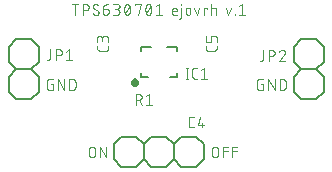
<source format=gbr>
G04 EAGLE Gerber X2 export*
%TF.Part,Single*%
%TF.FileFunction,Legend,Top,1*%
%TF.FilePolarity,Positive*%
%TF.GenerationSoftware,Autodesk,EAGLE,9.0.0*%
%TF.CreationDate,2018-04-26T19:48:34Z*%
G75*
%MOMM*%
%FSLAX34Y34*%
%LPD*%
%AMOC8*
5,1,8,0,0,1.08239X$1,22.5*%
G01*
%ADD10C,0.076200*%
%ADD11C,0.500000*%
%ADD12C,0.127000*%
%ADD13C,0.152400*%
%ADD14C,0.101600*%


D10*
X182037Y150347D02*
X182037Y154453D01*
X182039Y154552D01*
X182045Y154652D01*
X182054Y154751D01*
X182068Y154849D01*
X182085Y154947D01*
X182106Y155045D01*
X182131Y155141D01*
X182160Y155236D01*
X182192Y155331D01*
X182228Y155423D01*
X182267Y155515D01*
X182310Y155605D01*
X182356Y155693D01*
X182406Y155779D01*
X182459Y155863D01*
X182515Y155945D01*
X182575Y156025D01*
X182637Y156102D01*
X182703Y156177D01*
X182771Y156250D01*
X182842Y156319D01*
X182916Y156386D01*
X182992Y156450D01*
X183071Y156511D01*
X183152Y156569D01*
X183235Y156624D01*
X183320Y156675D01*
X183407Y156723D01*
X183496Y156768D01*
X183587Y156809D01*
X183679Y156847D01*
X183772Y156881D01*
X183867Y156911D01*
X183963Y156938D01*
X184060Y156961D01*
X184157Y156980D01*
X184256Y156995D01*
X184355Y157007D01*
X184454Y157015D01*
X184553Y157019D01*
X184653Y157019D01*
X184752Y157015D01*
X184851Y157007D01*
X184950Y156995D01*
X185049Y156980D01*
X185146Y156961D01*
X185243Y156938D01*
X185339Y156911D01*
X185434Y156881D01*
X185527Y156847D01*
X185619Y156809D01*
X185710Y156768D01*
X185799Y156723D01*
X185886Y156675D01*
X185971Y156624D01*
X186054Y156569D01*
X186135Y156511D01*
X186214Y156450D01*
X186290Y156386D01*
X186364Y156319D01*
X186435Y156250D01*
X186503Y156177D01*
X186569Y156102D01*
X186631Y156025D01*
X186691Y155945D01*
X186747Y155863D01*
X186800Y155779D01*
X186850Y155693D01*
X186896Y155605D01*
X186939Y155515D01*
X186978Y155423D01*
X187014Y155331D01*
X187046Y155236D01*
X187075Y155141D01*
X187100Y155045D01*
X187121Y154947D01*
X187138Y154849D01*
X187152Y154751D01*
X187161Y154652D01*
X187167Y154552D01*
X187169Y154453D01*
X187169Y150347D01*
X187167Y150248D01*
X187161Y150148D01*
X187152Y150049D01*
X187138Y149951D01*
X187121Y149853D01*
X187100Y149755D01*
X187075Y149659D01*
X187046Y149564D01*
X187014Y149469D01*
X186978Y149377D01*
X186939Y149285D01*
X186896Y149195D01*
X186850Y149107D01*
X186800Y149021D01*
X186747Y148937D01*
X186691Y148855D01*
X186631Y148775D01*
X186569Y148698D01*
X186503Y148623D01*
X186435Y148550D01*
X186364Y148481D01*
X186290Y148414D01*
X186214Y148350D01*
X186135Y148289D01*
X186054Y148231D01*
X185971Y148176D01*
X185886Y148125D01*
X185799Y148077D01*
X185710Y148032D01*
X185619Y147991D01*
X185527Y147953D01*
X185434Y147919D01*
X185339Y147889D01*
X185243Y147862D01*
X185146Y147839D01*
X185049Y147820D01*
X184950Y147805D01*
X184851Y147793D01*
X184752Y147785D01*
X184653Y147781D01*
X184553Y147781D01*
X184454Y147785D01*
X184355Y147793D01*
X184256Y147805D01*
X184157Y147820D01*
X184060Y147839D01*
X183963Y147862D01*
X183867Y147889D01*
X183772Y147919D01*
X183679Y147953D01*
X183587Y147991D01*
X183496Y148032D01*
X183407Y148077D01*
X183320Y148125D01*
X183235Y148176D01*
X183152Y148231D01*
X183071Y148289D01*
X182992Y148350D01*
X182916Y148414D01*
X182842Y148481D01*
X182771Y148550D01*
X182703Y148623D01*
X182637Y148698D01*
X182575Y148775D01*
X182515Y148855D01*
X182459Y148937D01*
X182406Y149021D01*
X182356Y149107D01*
X182310Y149195D01*
X182267Y149285D01*
X182228Y149377D01*
X182192Y149469D01*
X182160Y149564D01*
X182131Y149659D01*
X182106Y149755D01*
X182085Y149853D01*
X182068Y149951D01*
X182054Y150049D01*
X182045Y150148D01*
X182039Y150248D01*
X182037Y150347D01*
X191337Y147781D02*
X191337Y157019D01*
X196469Y147781D01*
X196469Y157019D01*
X286131Y154453D02*
X286131Y150347D01*
X286131Y154453D02*
X286133Y154552D01*
X286139Y154652D01*
X286148Y154751D01*
X286162Y154849D01*
X286179Y154947D01*
X286200Y155045D01*
X286225Y155141D01*
X286254Y155236D01*
X286286Y155331D01*
X286322Y155423D01*
X286361Y155515D01*
X286404Y155605D01*
X286450Y155693D01*
X286500Y155779D01*
X286553Y155863D01*
X286609Y155945D01*
X286669Y156025D01*
X286731Y156102D01*
X286797Y156177D01*
X286865Y156250D01*
X286936Y156319D01*
X287010Y156386D01*
X287086Y156450D01*
X287165Y156511D01*
X287246Y156569D01*
X287329Y156624D01*
X287414Y156675D01*
X287501Y156723D01*
X287590Y156768D01*
X287681Y156809D01*
X287773Y156847D01*
X287866Y156881D01*
X287961Y156911D01*
X288057Y156938D01*
X288154Y156961D01*
X288251Y156980D01*
X288350Y156995D01*
X288449Y157007D01*
X288548Y157015D01*
X288647Y157019D01*
X288747Y157019D01*
X288846Y157015D01*
X288945Y157007D01*
X289044Y156995D01*
X289143Y156980D01*
X289240Y156961D01*
X289337Y156938D01*
X289433Y156911D01*
X289528Y156881D01*
X289621Y156847D01*
X289713Y156809D01*
X289804Y156768D01*
X289893Y156723D01*
X289980Y156675D01*
X290065Y156624D01*
X290148Y156569D01*
X290229Y156511D01*
X290308Y156450D01*
X290384Y156386D01*
X290458Y156319D01*
X290529Y156250D01*
X290597Y156177D01*
X290663Y156102D01*
X290725Y156025D01*
X290785Y155945D01*
X290841Y155863D01*
X290894Y155779D01*
X290944Y155693D01*
X290990Y155605D01*
X291033Y155515D01*
X291072Y155423D01*
X291108Y155331D01*
X291140Y155236D01*
X291169Y155141D01*
X291194Y155045D01*
X291215Y154947D01*
X291232Y154849D01*
X291246Y154751D01*
X291255Y154652D01*
X291261Y154552D01*
X291263Y154453D01*
X291263Y150347D01*
X291261Y150248D01*
X291255Y150148D01*
X291246Y150049D01*
X291232Y149951D01*
X291215Y149853D01*
X291194Y149755D01*
X291169Y149659D01*
X291140Y149564D01*
X291108Y149469D01*
X291072Y149377D01*
X291033Y149285D01*
X290990Y149195D01*
X290944Y149107D01*
X290894Y149021D01*
X290841Y148937D01*
X290785Y148855D01*
X290725Y148775D01*
X290663Y148698D01*
X290597Y148623D01*
X290529Y148550D01*
X290458Y148481D01*
X290384Y148414D01*
X290308Y148350D01*
X290229Y148289D01*
X290148Y148231D01*
X290065Y148176D01*
X289980Y148125D01*
X289893Y148077D01*
X289804Y148032D01*
X289713Y147991D01*
X289621Y147953D01*
X289528Y147919D01*
X289433Y147889D01*
X289337Y147862D01*
X289240Y147839D01*
X289143Y147820D01*
X289044Y147805D01*
X288945Y147793D01*
X288846Y147785D01*
X288747Y147781D01*
X288647Y147781D01*
X288548Y147785D01*
X288449Y147793D01*
X288350Y147805D01*
X288251Y147820D01*
X288154Y147839D01*
X288057Y147862D01*
X287961Y147889D01*
X287866Y147919D01*
X287773Y147953D01*
X287681Y147991D01*
X287590Y148032D01*
X287501Y148077D01*
X287414Y148125D01*
X287329Y148176D01*
X287246Y148231D01*
X287165Y148289D01*
X287086Y148350D01*
X287010Y148414D01*
X286936Y148481D01*
X286865Y148550D01*
X286797Y148623D01*
X286731Y148698D01*
X286669Y148775D01*
X286609Y148855D01*
X286553Y148937D01*
X286500Y149021D01*
X286450Y149107D01*
X286404Y149195D01*
X286361Y149285D01*
X286322Y149377D01*
X286286Y149469D01*
X286254Y149564D01*
X286225Y149659D01*
X286200Y149755D01*
X286179Y149853D01*
X286162Y149951D01*
X286148Y150049D01*
X286139Y150148D01*
X286133Y150248D01*
X286131Y150347D01*
X295448Y147781D02*
X295448Y157019D01*
X299554Y157019D01*
X299554Y152913D02*
X295448Y152913D01*
X303248Y157019D02*
X303248Y147781D01*
X303248Y157019D02*
X307354Y157019D01*
X307354Y152913D02*
X303248Y152913D01*
X170650Y268431D02*
X170650Y277669D01*
X168084Y277669D02*
X173216Y277669D01*
X176914Y277669D02*
X176914Y268431D01*
X176914Y277669D02*
X179480Y277669D01*
X179579Y277667D01*
X179679Y277661D01*
X179778Y277652D01*
X179876Y277638D01*
X179974Y277621D01*
X180072Y277600D01*
X180168Y277575D01*
X180263Y277546D01*
X180358Y277514D01*
X180450Y277478D01*
X180542Y277439D01*
X180632Y277396D01*
X180720Y277350D01*
X180806Y277300D01*
X180890Y277247D01*
X180972Y277191D01*
X181052Y277131D01*
X181129Y277069D01*
X181204Y277003D01*
X181277Y276935D01*
X181346Y276864D01*
X181413Y276790D01*
X181477Y276714D01*
X181538Y276635D01*
X181596Y276554D01*
X181651Y276471D01*
X181702Y276386D01*
X181750Y276299D01*
X181795Y276210D01*
X181836Y276119D01*
X181874Y276027D01*
X181908Y275934D01*
X181938Y275839D01*
X181965Y275743D01*
X181988Y275646D01*
X182007Y275549D01*
X182022Y275450D01*
X182034Y275351D01*
X182042Y275252D01*
X182046Y275153D01*
X182046Y275053D01*
X182042Y274954D01*
X182034Y274855D01*
X182022Y274756D01*
X182007Y274657D01*
X181988Y274560D01*
X181965Y274463D01*
X181938Y274367D01*
X181908Y274272D01*
X181874Y274179D01*
X181836Y274087D01*
X181795Y273996D01*
X181750Y273907D01*
X181702Y273820D01*
X181651Y273735D01*
X181596Y273652D01*
X181538Y273571D01*
X181477Y273492D01*
X181413Y273416D01*
X181346Y273342D01*
X181277Y273271D01*
X181204Y273203D01*
X181129Y273137D01*
X181052Y273075D01*
X180972Y273015D01*
X180890Y272959D01*
X180806Y272906D01*
X180720Y272856D01*
X180632Y272810D01*
X180542Y272767D01*
X180450Y272728D01*
X180358Y272692D01*
X180263Y272660D01*
X180168Y272631D01*
X180072Y272606D01*
X179974Y272585D01*
X179876Y272568D01*
X179778Y272554D01*
X179679Y272545D01*
X179579Y272539D01*
X179480Y272537D01*
X176914Y272537D01*
X188263Y268431D02*
X188353Y268433D01*
X188442Y268439D01*
X188531Y268449D01*
X188619Y268462D01*
X188707Y268480D01*
X188794Y268501D01*
X188880Y268526D01*
X188965Y268555D01*
X189049Y268587D01*
X189131Y268623D01*
X189211Y268663D01*
X189290Y268706D01*
X189366Y268753D01*
X189441Y268802D01*
X189513Y268855D01*
X189583Y268911D01*
X189650Y268970D01*
X189715Y269032D01*
X189777Y269097D01*
X189836Y269164D01*
X189892Y269234D01*
X189945Y269306D01*
X189994Y269381D01*
X190041Y269458D01*
X190084Y269536D01*
X190124Y269616D01*
X190160Y269698D01*
X190192Y269782D01*
X190221Y269867D01*
X190246Y269953D01*
X190267Y270040D01*
X190285Y270128D01*
X190298Y270216D01*
X190308Y270305D01*
X190314Y270394D01*
X190316Y270484D01*
X188263Y268431D02*
X188136Y268433D01*
X188009Y268438D01*
X187883Y268448D01*
X187757Y268461D01*
X187631Y268477D01*
X187506Y268498D01*
X187381Y268522D01*
X187258Y268549D01*
X187135Y268580D01*
X187013Y268615D01*
X186892Y268653D01*
X186772Y268695D01*
X186654Y268741D01*
X186537Y268789D01*
X186421Y268842D01*
X186307Y268897D01*
X186195Y268956D01*
X186084Y269018D01*
X185975Y269083D01*
X185869Y269152D01*
X185764Y269223D01*
X185661Y269298D01*
X185561Y269376D01*
X185463Y269456D01*
X185367Y269539D01*
X185274Y269625D01*
X185183Y269714D01*
X185440Y275616D02*
X185442Y275706D01*
X185448Y275795D01*
X185458Y275884D01*
X185471Y275973D01*
X185489Y276060D01*
X185510Y276147D01*
X185535Y276233D01*
X185564Y276318D01*
X185596Y276402D01*
X185632Y276484D01*
X185672Y276564D01*
X185715Y276643D01*
X185762Y276719D01*
X185811Y276794D01*
X185864Y276866D01*
X185920Y276936D01*
X185979Y277003D01*
X186041Y277068D01*
X186106Y277130D01*
X186173Y277189D01*
X186243Y277245D01*
X186315Y277298D01*
X186390Y277347D01*
X186467Y277394D01*
X186545Y277437D01*
X186625Y277477D01*
X186707Y277513D01*
X186791Y277545D01*
X186876Y277574D01*
X186962Y277599D01*
X187049Y277620D01*
X187137Y277638D01*
X187225Y277651D01*
X187314Y277661D01*
X187403Y277667D01*
X187493Y277669D01*
X187617Y277667D01*
X187741Y277661D01*
X187864Y277651D01*
X187987Y277637D01*
X188110Y277619D01*
X188231Y277597D01*
X188353Y277572D01*
X188473Y277542D01*
X188592Y277509D01*
X188710Y277471D01*
X188827Y277430D01*
X188942Y277386D01*
X189056Y277337D01*
X189169Y277285D01*
X189279Y277229D01*
X189388Y277170D01*
X189495Y277107D01*
X189600Y277041D01*
X189702Y276972D01*
X189802Y276899D01*
X186467Y273820D02*
X186391Y273867D01*
X186316Y273918D01*
X186244Y273972D01*
X186174Y274029D01*
X186107Y274089D01*
X186042Y274152D01*
X185980Y274217D01*
X185921Y274285D01*
X185865Y274356D01*
X185812Y274429D01*
X185762Y274504D01*
X185716Y274582D01*
X185673Y274661D01*
X185633Y274742D01*
X185597Y274825D01*
X185565Y274909D01*
X185536Y274994D01*
X185511Y275081D01*
X185490Y275169D01*
X185472Y275257D01*
X185459Y275346D01*
X185449Y275436D01*
X185443Y275526D01*
X185441Y275616D01*
X189289Y272280D02*
X189366Y272233D01*
X189441Y272182D01*
X189513Y272128D01*
X189583Y272071D01*
X189650Y272011D01*
X189715Y271948D01*
X189777Y271883D01*
X189836Y271815D01*
X189892Y271744D01*
X189945Y271671D01*
X189995Y271596D01*
X190041Y271518D01*
X190084Y271439D01*
X190124Y271358D01*
X190160Y271275D01*
X190192Y271191D01*
X190221Y271106D01*
X190246Y271019D01*
X190267Y270932D01*
X190285Y270843D01*
X190298Y270754D01*
X190308Y270664D01*
X190314Y270574D01*
X190316Y270484D01*
X189290Y272280D02*
X186467Y273820D01*
X193884Y273563D02*
X196963Y273563D01*
X197053Y273561D01*
X197142Y273555D01*
X197231Y273545D01*
X197319Y273532D01*
X197407Y273514D01*
X197494Y273493D01*
X197580Y273468D01*
X197665Y273439D01*
X197749Y273407D01*
X197831Y273371D01*
X197911Y273331D01*
X197990Y273288D01*
X198066Y273241D01*
X198141Y273192D01*
X198213Y273139D01*
X198283Y273083D01*
X198350Y273024D01*
X198415Y272962D01*
X198477Y272897D01*
X198536Y272830D01*
X198592Y272760D01*
X198645Y272688D01*
X198694Y272613D01*
X198741Y272537D01*
X198784Y272458D01*
X198824Y272378D01*
X198860Y272296D01*
X198892Y272212D01*
X198921Y272127D01*
X198946Y272041D01*
X198967Y271954D01*
X198985Y271866D01*
X198998Y271778D01*
X199008Y271689D01*
X199014Y271600D01*
X199016Y271510D01*
X199016Y270997D01*
X199014Y270898D01*
X199008Y270798D01*
X198999Y270699D01*
X198985Y270601D01*
X198968Y270503D01*
X198947Y270405D01*
X198922Y270309D01*
X198893Y270214D01*
X198861Y270119D01*
X198825Y270027D01*
X198786Y269935D01*
X198743Y269845D01*
X198697Y269757D01*
X198647Y269671D01*
X198594Y269587D01*
X198538Y269505D01*
X198478Y269425D01*
X198416Y269348D01*
X198350Y269273D01*
X198282Y269200D01*
X198211Y269131D01*
X198137Y269064D01*
X198061Y269000D01*
X197982Y268939D01*
X197901Y268881D01*
X197818Y268826D01*
X197733Y268775D01*
X197646Y268727D01*
X197557Y268682D01*
X197466Y268641D01*
X197374Y268603D01*
X197281Y268569D01*
X197186Y268539D01*
X197090Y268512D01*
X196993Y268489D01*
X196896Y268470D01*
X196797Y268455D01*
X196698Y268443D01*
X196599Y268435D01*
X196500Y268431D01*
X196400Y268431D01*
X196301Y268435D01*
X196202Y268443D01*
X196103Y268455D01*
X196004Y268470D01*
X195907Y268489D01*
X195810Y268512D01*
X195714Y268539D01*
X195619Y268569D01*
X195526Y268603D01*
X195434Y268641D01*
X195343Y268682D01*
X195254Y268727D01*
X195167Y268775D01*
X195082Y268826D01*
X194999Y268881D01*
X194918Y268939D01*
X194839Y269000D01*
X194763Y269064D01*
X194689Y269131D01*
X194618Y269200D01*
X194550Y269273D01*
X194484Y269348D01*
X194422Y269425D01*
X194362Y269505D01*
X194306Y269587D01*
X194253Y269671D01*
X194203Y269757D01*
X194157Y269845D01*
X194114Y269935D01*
X194075Y270027D01*
X194039Y270119D01*
X194007Y270214D01*
X193978Y270309D01*
X193953Y270405D01*
X193932Y270503D01*
X193915Y270601D01*
X193901Y270699D01*
X193892Y270798D01*
X193886Y270898D01*
X193884Y270997D01*
X193884Y273563D01*
X193886Y273689D01*
X193892Y273816D01*
X193902Y273942D01*
X193915Y274068D01*
X193933Y274193D01*
X193954Y274317D01*
X193979Y274441D01*
X194008Y274565D01*
X194041Y274687D01*
X194077Y274808D01*
X194117Y274928D01*
X194161Y275046D01*
X194209Y275163D01*
X194260Y275279D01*
X194314Y275393D01*
X194373Y275506D01*
X194434Y275616D01*
X194499Y275725D01*
X194567Y275831D01*
X194639Y275935D01*
X194713Y276037D01*
X194791Y276137D01*
X194872Y276234D01*
X194956Y276329D01*
X195042Y276421D01*
X195132Y276511D01*
X195224Y276597D01*
X195319Y276681D01*
X195416Y276762D01*
X195516Y276840D01*
X195618Y276914D01*
X195722Y276986D01*
X195828Y277054D01*
X195937Y277119D01*
X196047Y277180D01*
X196160Y277239D01*
X196274Y277293D01*
X196390Y277344D01*
X196507Y277392D01*
X196625Y277436D01*
X196745Y277476D01*
X196866Y277512D01*
X196988Y277545D01*
X197112Y277574D01*
X197235Y277599D01*
X197360Y277620D01*
X197485Y277638D01*
X197611Y277651D01*
X197737Y277661D01*
X197864Y277667D01*
X197990Y277669D01*
X202884Y268431D02*
X205450Y268431D01*
X205549Y268433D01*
X205649Y268439D01*
X205748Y268448D01*
X205846Y268462D01*
X205944Y268479D01*
X206042Y268500D01*
X206138Y268525D01*
X206233Y268554D01*
X206328Y268586D01*
X206420Y268622D01*
X206512Y268661D01*
X206602Y268704D01*
X206690Y268750D01*
X206776Y268800D01*
X206860Y268853D01*
X206942Y268909D01*
X207022Y268969D01*
X207099Y269031D01*
X207174Y269097D01*
X207247Y269165D01*
X207316Y269236D01*
X207383Y269310D01*
X207447Y269386D01*
X207508Y269465D01*
X207566Y269546D01*
X207621Y269629D01*
X207672Y269714D01*
X207720Y269801D01*
X207765Y269890D01*
X207806Y269981D01*
X207844Y270073D01*
X207878Y270166D01*
X207908Y270261D01*
X207935Y270357D01*
X207958Y270454D01*
X207977Y270551D01*
X207992Y270650D01*
X208004Y270749D01*
X208012Y270848D01*
X208016Y270947D01*
X208016Y271047D01*
X208012Y271146D01*
X208004Y271245D01*
X207992Y271344D01*
X207977Y271443D01*
X207958Y271540D01*
X207935Y271637D01*
X207908Y271733D01*
X207878Y271828D01*
X207844Y271921D01*
X207806Y272013D01*
X207765Y272104D01*
X207720Y272193D01*
X207672Y272280D01*
X207621Y272365D01*
X207566Y272448D01*
X207508Y272529D01*
X207447Y272608D01*
X207383Y272684D01*
X207316Y272758D01*
X207247Y272829D01*
X207174Y272897D01*
X207099Y272963D01*
X207022Y273025D01*
X206942Y273085D01*
X206860Y273141D01*
X206776Y273194D01*
X206690Y273244D01*
X206602Y273290D01*
X206512Y273333D01*
X206420Y273372D01*
X206328Y273408D01*
X206233Y273440D01*
X206138Y273469D01*
X206042Y273494D01*
X205944Y273515D01*
X205846Y273532D01*
X205748Y273546D01*
X205649Y273555D01*
X205549Y273561D01*
X205450Y273563D01*
X205963Y277669D02*
X202884Y277669D01*
X205963Y277669D02*
X206053Y277667D01*
X206142Y277661D01*
X206231Y277651D01*
X206319Y277638D01*
X206407Y277620D01*
X206494Y277599D01*
X206580Y277574D01*
X206665Y277545D01*
X206749Y277513D01*
X206831Y277477D01*
X206911Y277437D01*
X206990Y277394D01*
X207066Y277347D01*
X207141Y277298D01*
X207213Y277245D01*
X207283Y277189D01*
X207350Y277130D01*
X207415Y277068D01*
X207477Y277003D01*
X207536Y276936D01*
X207592Y276866D01*
X207645Y276794D01*
X207694Y276719D01*
X207741Y276643D01*
X207784Y276564D01*
X207824Y276484D01*
X207860Y276402D01*
X207892Y276318D01*
X207921Y276233D01*
X207946Y276147D01*
X207967Y276060D01*
X207985Y275972D01*
X207998Y275884D01*
X208008Y275795D01*
X208014Y275706D01*
X208016Y275616D01*
X208014Y275526D01*
X208008Y275437D01*
X207998Y275348D01*
X207985Y275260D01*
X207967Y275172D01*
X207946Y275085D01*
X207921Y274999D01*
X207892Y274914D01*
X207860Y274830D01*
X207824Y274748D01*
X207784Y274668D01*
X207741Y274590D01*
X207694Y274513D01*
X207645Y274438D01*
X207592Y274366D01*
X207536Y274296D01*
X207477Y274229D01*
X207415Y274164D01*
X207350Y274102D01*
X207283Y274043D01*
X207213Y273987D01*
X207141Y273934D01*
X207066Y273885D01*
X206990Y273838D01*
X206911Y273795D01*
X206831Y273755D01*
X206749Y273719D01*
X206665Y273687D01*
X206580Y273658D01*
X206494Y273633D01*
X206407Y273612D01*
X206319Y273594D01*
X206231Y273581D01*
X206142Y273571D01*
X206053Y273565D01*
X205963Y273563D01*
X203910Y273563D01*
X211884Y273050D02*
X211886Y273232D01*
X211893Y273413D01*
X211904Y273595D01*
X211919Y273776D01*
X211938Y273957D01*
X211962Y274137D01*
X211990Y274316D01*
X212022Y274495D01*
X212059Y274673D01*
X212100Y274850D01*
X212145Y275026D01*
X212194Y275201D01*
X212248Y275375D01*
X212305Y275547D01*
X212367Y275718D01*
X212433Y275888D01*
X212502Y276056D01*
X212576Y276222D01*
X212654Y276386D01*
X212683Y276465D01*
X212715Y276542D01*
X212751Y276619D01*
X212790Y276693D01*
X212833Y276766D01*
X212879Y276836D01*
X212927Y276905D01*
X212979Y276971D01*
X213034Y277035D01*
X213091Y277097D01*
X213151Y277155D01*
X213214Y277212D01*
X213279Y277265D01*
X213346Y277315D01*
X213416Y277363D01*
X213487Y277407D01*
X213561Y277448D01*
X213636Y277486D01*
X213713Y277520D01*
X213791Y277551D01*
X213870Y277578D01*
X213951Y277602D01*
X214033Y277623D01*
X214115Y277639D01*
X214198Y277652D01*
X214282Y277662D01*
X214366Y277667D01*
X214450Y277669D01*
X214534Y277667D01*
X214618Y277662D01*
X214702Y277652D01*
X214785Y277639D01*
X214867Y277623D01*
X214949Y277602D01*
X215030Y277578D01*
X215109Y277551D01*
X215187Y277520D01*
X215264Y277486D01*
X215339Y277448D01*
X215413Y277407D01*
X215484Y277363D01*
X215554Y277315D01*
X215621Y277265D01*
X215686Y277212D01*
X215749Y277155D01*
X215809Y277096D01*
X215866Y277035D01*
X215921Y276971D01*
X215973Y276905D01*
X216021Y276836D01*
X216067Y276766D01*
X216110Y276693D01*
X216149Y276618D01*
X216185Y276542D01*
X216217Y276465D01*
X216246Y276386D01*
X216324Y276222D01*
X216398Y276056D01*
X216467Y275888D01*
X216533Y275718D01*
X216595Y275547D01*
X216652Y275375D01*
X216706Y275201D01*
X216755Y275026D01*
X216800Y274850D01*
X216841Y274673D01*
X216878Y274495D01*
X216910Y274316D01*
X216938Y274137D01*
X216962Y273957D01*
X216981Y273776D01*
X216996Y273595D01*
X217007Y273413D01*
X217014Y273232D01*
X217016Y273050D01*
X211884Y273050D02*
X211886Y272868D01*
X211893Y272687D01*
X211904Y272505D01*
X211919Y272324D01*
X211938Y272143D01*
X211962Y271963D01*
X211990Y271784D01*
X212022Y271605D01*
X212059Y271427D01*
X212100Y271250D01*
X212145Y271074D01*
X212194Y270899D01*
X212248Y270725D01*
X212305Y270553D01*
X212367Y270382D01*
X212433Y270212D01*
X212502Y270045D01*
X212576Y269878D01*
X212654Y269714D01*
X212683Y269635D01*
X212715Y269558D01*
X212751Y269481D01*
X212790Y269407D01*
X212833Y269334D01*
X212879Y269264D01*
X212927Y269195D01*
X212979Y269129D01*
X213034Y269065D01*
X213091Y269003D01*
X213151Y268945D01*
X213214Y268888D01*
X213279Y268835D01*
X213346Y268785D01*
X213416Y268737D01*
X213487Y268693D01*
X213561Y268652D01*
X213636Y268614D01*
X213713Y268580D01*
X213791Y268549D01*
X213870Y268522D01*
X213951Y268498D01*
X214033Y268477D01*
X214115Y268461D01*
X214198Y268448D01*
X214282Y268438D01*
X214366Y268433D01*
X214450Y268431D01*
X216246Y269714D02*
X216324Y269878D01*
X216398Y270044D01*
X216467Y270212D01*
X216533Y270382D01*
X216595Y270553D01*
X216652Y270725D01*
X216706Y270899D01*
X216755Y271074D01*
X216800Y271250D01*
X216841Y271427D01*
X216878Y271605D01*
X216910Y271784D01*
X216938Y271963D01*
X216962Y272143D01*
X216981Y272324D01*
X216996Y272505D01*
X217007Y272687D01*
X217014Y272868D01*
X217016Y273050D01*
X216246Y269714D02*
X216217Y269635D01*
X216185Y269558D01*
X216149Y269481D01*
X216110Y269407D01*
X216067Y269334D01*
X216021Y269264D01*
X215973Y269195D01*
X215921Y269129D01*
X215866Y269065D01*
X215809Y269003D01*
X215749Y268945D01*
X215686Y268888D01*
X215621Y268835D01*
X215554Y268785D01*
X215484Y268737D01*
X215413Y268693D01*
X215339Y268652D01*
X215264Y268614D01*
X215187Y268580D01*
X215109Y268549D01*
X215030Y268522D01*
X214949Y268498D01*
X214867Y268477D01*
X214785Y268461D01*
X214702Y268448D01*
X214618Y268438D01*
X214534Y268433D01*
X214450Y268431D01*
X212397Y270484D02*
X216503Y275616D01*
X220884Y276643D02*
X220884Y277669D01*
X226016Y277669D01*
X223450Y268431D01*
X229884Y273050D02*
X229886Y273232D01*
X229893Y273413D01*
X229904Y273595D01*
X229919Y273776D01*
X229938Y273957D01*
X229962Y274137D01*
X229990Y274316D01*
X230022Y274495D01*
X230059Y274673D01*
X230100Y274850D01*
X230145Y275026D01*
X230194Y275201D01*
X230248Y275375D01*
X230305Y275547D01*
X230367Y275718D01*
X230433Y275888D01*
X230502Y276056D01*
X230576Y276222D01*
X230654Y276386D01*
X230683Y276465D01*
X230715Y276542D01*
X230751Y276619D01*
X230790Y276693D01*
X230833Y276766D01*
X230879Y276836D01*
X230927Y276905D01*
X230979Y276971D01*
X231034Y277035D01*
X231091Y277097D01*
X231151Y277155D01*
X231214Y277212D01*
X231279Y277265D01*
X231346Y277315D01*
X231416Y277363D01*
X231487Y277407D01*
X231561Y277448D01*
X231636Y277486D01*
X231713Y277520D01*
X231791Y277551D01*
X231870Y277578D01*
X231951Y277602D01*
X232033Y277623D01*
X232115Y277639D01*
X232198Y277652D01*
X232282Y277662D01*
X232366Y277667D01*
X232450Y277669D01*
X232534Y277667D01*
X232618Y277662D01*
X232702Y277652D01*
X232785Y277639D01*
X232867Y277623D01*
X232949Y277602D01*
X233030Y277578D01*
X233109Y277551D01*
X233187Y277520D01*
X233264Y277486D01*
X233339Y277448D01*
X233413Y277407D01*
X233484Y277363D01*
X233554Y277315D01*
X233621Y277265D01*
X233686Y277212D01*
X233749Y277155D01*
X233809Y277096D01*
X233866Y277035D01*
X233921Y276971D01*
X233973Y276905D01*
X234021Y276836D01*
X234067Y276766D01*
X234110Y276693D01*
X234149Y276618D01*
X234185Y276542D01*
X234217Y276465D01*
X234246Y276386D01*
X234324Y276222D01*
X234398Y276056D01*
X234467Y275888D01*
X234533Y275718D01*
X234595Y275547D01*
X234652Y275375D01*
X234706Y275201D01*
X234755Y275026D01*
X234800Y274850D01*
X234841Y274673D01*
X234878Y274495D01*
X234910Y274316D01*
X234938Y274137D01*
X234962Y273957D01*
X234981Y273776D01*
X234996Y273595D01*
X235007Y273413D01*
X235014Y273232D01*
X235016Y273050D01*
X229884Y273050D02*
X229886Y272868D01*
X229893Y272687D01*
X229904Y272505D01*
X229919Y272324D01*
X229938Y272143D01*
X229962Y271963D01*
X229990Y271784D01*
X230022Y271605D01*
X230059Y271427D01*
X230100Y271250D01*
X230145Y271074D01*
X230194Y270899D01*
X230248Y270725D01*
X230305Y270553D01*
X230367Y270382D01*
X230433Y270212D01*
X230502Y270045D01*
X230576Y269878D01*
X230654Y269714D01*
X230683Y269635D01*
X230715Y269558D01*
X230751Y269481D01*
X230790Y269407D01*
X230833Y269334D01*
X230879Y269264D01*
X230927Y269195D01*
X230979Y269129D01*
X231034Y269065D01*
X231091Y269003D01*
X231151Y268945D01*
X231214Y268888D01*
X231279Y268835D01*
X231346Y268785D01*
X231416Y268737D01*
X231487Y268693D01*
X231561Y268652D01*
X231636Y268614D01*
X231713Y268580D01*
X231791Y268549D01*
X231870Y268522D01*
X231951Y268498D01*
X232033Y268477D01*
X232115Y268461D01*
X232198Y268448D01*
X232282Y268438D01*
X232366Y268433D01*
X232450Y268431D01*
X234246Y269714D02*
X234324Y269878D01*
X234398Y270044D01*
X234467Y270212D01*
X234533Y270382D01*
X234595Y270553D01*
X234652Y270725D01*
X234706Y270899D01*
X234755Y271074D01*
X234800Y271250D01*
X234841Y271427D01*
X234878Y271605D01*
X234910Y271784D01*
X234938Y271963D01*
X234962Y272143D01*
X234981Y272324D01*
X234996Y272505D01*
X235007Y272687D01*
X235014Y272868D01*
X235016Y273050D01*
X234246Y269714D02*
X234217Y269635D01*
X234185Y269558D01*
X234149Y269481D01*
X234110Y269407D01*
X234067Y269334D01*
X234021Y269264D01*
X233973Y269195D01*
X233921Y269129D01*
X233866Y269065D01*
X233809Y269003D01*
X233749Y268945D01*
X233686Y268888D01*
X233621Y268835D01*
X233554Y268785D01*
X233484Y268737D01*
X233413Y268693D01*
X233339Y268652D01*
X233264Y268614D01*
X233187Y268580D01*
X233109Y268549D01*
X233030Y268522D01*
X232949Y268498D01*
X232867Y268477D01*
X232785Y268461D01*
X232702Y268448D01*
X232618Y268438D01*
X232534Y268433D01*
X232450Y268431D01*
X230397Y270484D02*
X234503Y275616D01*
X238884Y275616D02*
X241450Y277669D01*
X241450Y268431D01*
X238884Y268431D02*
X244016Y268431D01*
X254137Y268431D02*
X256703Y268431D01*
X254137Y268431D02*
X254061Y268433D01*
X253986Y268438D01*
X253911Y268448D01*
X253837Y268461D01*
X253763Y268477D01*
X253690Y268497D01*
X253618Y268521D01*
X253548Y268548D01*
X253479Y268579D01*
X253411Y268613D01*
X253345Y268650D01*
X253281Y268691D01*
X253220Y268734D01*
X253160Y268781D01*
X253103Y268830D01*
X253048Y268882D01*
X252996Y268937D01*
X252947Y268994D01*
X252900Y269054D01*
X252857Y269115D01*
X252816Y269179D01*
X252779Y269245D01*
X252745Y269313D01*
X252714Y269382D01*
X252687Y269452D01*
X252663Y269524D01*
X252643Y269597D01*
X252627Y269671D01*
X252614Y269745D01*
X252604Y269820D01*
X252599Y269895D01*
X252597Y269971D01*
X252597Y272537D01*
X252599Y272627D01*
X252605Y272716D01*
X252615Y272805D01*
X252628Y272893D01*
X252646Y272981D01*
X252667Y273068D01*
X252692Y273154D01*
X252721Y273239D01*
X252753Y273323D01*
X252789Y273405D01*
X252829Y273485D01*
X252872Y273564D01*
X252919Y273640D01*
X252968Y273715D01*
X253021Y273787D01*
X253077Y273857D01*
X253136Y273924D01*
X253198Y273989D01*
X253263Y274051D01*
X253330Y274110D01*
X253400Y274166D01*
X253472Y274219D01*
X253547Y274268D01*
X253624Y274315D01*
X253702Y274358D01*
X253782Y274398D01*
X253864Y274434D01*
X253948Y274466D01*
X254033Y274495D01*
X254119Y274520D01*
X254206Y274541D01*
X254294Y274559D01*
X254382Y274572D01*
X254471Y274582D01*
X254560Y274588D01*
X254650Y274590D01*
X254740Y274588D01*
X254829Y274582D01*
X254918Y274572D01*
X255006Y274559D01*
X255094Y274541D01*
X255181Y274520D01*
X255267Y274495D01*
X255352Y274466D01*
X255436Y274434D01*
X255518Y274398D01*
X255598Y274358D01*
X255677Y274315D01*
X255753Y274268D01*
X255828Y274219D01*
X255900Y274166D01*
X255970Y274110D01*
X256037Y274051D01*
X256102Y273989D01*
X256164Y273924D01*
X256223Y273857D01*
X256279Y273787D01*
X256332Y273715D01*
X256381Y273640D01*
X256428Y273564D01*
X256471Y273485D01*
X256511Y273405D01*
X256547Y273323D01*
X256579Y273239D01*
X256608Y273154D01*
X256633Y273068D01*
X256654Y272981D01*
X256672Y272893D01*
X256685Y272805D01*
X256695Y272716D01*
X256701Y272627D01*
X256703Y272537D01*
X256703Y271510D01*
X252597Y271510D01*
X260198Y274590D02*
X260198Y266891D01*
X260196Y266813D01*
X260190Y266735D01*
X260180Y266658D01*
X260166Y266581D01*
X260149Y266505D01*
X260127Y266430D01*
X260102Y266356D01*
X260073Y266284D01*
X260041Y266213D01*
X260004Y266144D01*
X259965Y266076D01*
X259922Y266011D01*
X259876Y265948D01*
X259826Y265888D01*
X259774Y265830D01*
X259719Y265775D01*
X259661Y265723D01*
X259601Y265673D01*
X259538Y265627D01*
X259473Y265584D01*
X259405Y265545D01*
X259336Y265508D01*
X259265Y265476D01*
X259193Y265447D01*
X259119Y265422D01*
X259044Y265400D01*
X258968Y265383D01*
X258891Y265369D01*
X258814Y265359D01*
X258736Y265353D01*
X258658Y265351D01*
X258658Y265352D02*
X258145Y265352D01*
X259941Y277156D02*
X259941Y277669D01*
X260455Y277669D01*
X260455Y277156D01*
X259941Y277156D01*
X263997Y272537D02*
X263997Y270484D01*
X263997Y272537D02*
X263999Y272627D01*
X264005Y272716D01*
X264015Y272805D01*
X264028Y272893D01*
X264046Y272981D01*
X264067Y273068D01*
X264092Y273154D01*
X264121Y273239D01*
X264153Y273323D01*
X264189Y273405D01*
X264229Y273485D01*
X264272Y273564D01*
X264319Y273640D01*
X264368Y273715D01*
X264421Y273787D01*
X264477Y273857D01*
X264536Y273924D01*
X264598Y273989D01*
X264663Y274051D01*
X264730Y274110D01*
X264800Y274166D01*
X264872Y274219D01*
X264947Y274268D01*
X265024Y274315D01*
X265102Y274358D01*
X265182Y274398D01*
X265264Y274434D01*
X265348Y274466D01*
X265433Y274495D01*
X265519Y274520D01*
X265606Y274541D01*
X265694Y274559D01*
X265782Y274572D01*
X265871Y274582D01*
X265960Y274588D01*
X266050Y274590D01*
X266140Y274588D01*
X266229Y274582D01*
X266318Y274572D01*
X266406Y274559D01*
X266494Y274541D01*
X266581Y274520D01*
X266667Y274495D01*
X266752Y274466D01*
X266836Y274434D01*
X266918Y274398D01*
X266998Y274358D01*
X267077Y274315D01*
X267153Y274268D01*
X267228Y274219D01*
X267300Y274166D01*
X267370Y274110D01*
X267437Y274051D01*
X267502Y273989D01*
X267564Y273924D01*
X267623Y273857D01*
X267679Y273787D01*
X267732Y273715D01*
X267781Y273640D01*
X267828Y273564D01*
X267871Y273485D01*
X267911Y273405D01*
X267947Y273323D01*
X267979Y273239D01*
X268008Y273154D01*
X268033Y273068D01*
X268054Y272981D01*
X268072Y272893D01*
X268085Y272805D01*
X268095Y272716D01*
X268101Y272627D01*
X268103Y272537D01*
X268103Y270484D01*
X268101Y270394D01*
X268095Y270305D01*
X268085Y270216D01*
X268072Y270128D01*
X268054Y270040D01*
X268033Y269953D01*
X268008Y269867D01*
X267979Y269782D01*
X267947Y269698D01*
X267911Y269616D01*
X267871Y269536D01*
X267828Y269458D01*
X267781Y269381D01*
X267732Y269306D01*
X267679Y269234D01*
X267623Y269164D01*
X267564Y269097D01*
X267502Y269032D01*
X267437Y268970D01*
X267370Y268911D01*
X267300Y268855D01*
X267228Y268802D01*
X267153Y268753D01*
X267077Y268706D01*
X266998Y268663D01*
X266918Y268623D01*
X266836Y268587D01*
X266752Y268555D01*
X266667Y268526D01*
X266581Y268501D01*
X266494Y268480D01*
X266406Y268462D01*
X266318Y268449D01*
X266229Y268439D01*
X266140Y268433D01*
X266050Y268431D01*
X265960Y268433D01*
X265871Y268439D01*
X265782Y268449D01*
X265694Y268462D01*
X265606Y268480D01*
X265519Y268501D01*
X265433Y268526D01*
X265348Y268555D01*
X265264Y268587D01*
X265182Y268623D01*
X265102Y268663D01*
X265024Y268706D01*
X264947Y268753D01*
X264872Y268802D01*
X264800Y268855D01*
X264730Y268911D01*
X264663Y268970D01*
X264598Y269032D01*
X264536Y269097D01*
X264477Y269164D01*
X264421Y269234D01*
X264368Y269306D01*
X264319Y269381D01*
X264272Y269458D01*
X264229Y269536D01*
X264189Y269616D01*
X264153Y269698D01*
X264121Y269782D01*
X264092Y269867D01*
X264067Y269953D01*
X264046Y270040D01*
X264028Y270128D01*
X264015Y270216D01*
X264005Y270305D01*
X263999Y270394D01*
X263997Y270484D01*
X271497Y274590D02*
X273550Y268431D01*
X275603Y274590D01*
X279348Y274590D02*
X279348Y268431D01*
X279348Y274590D02*
X282427Y274590D01*
X282427Y273563D01*
X285597Y277669D02*
X285597Y268431D01*
X285597Y274590D02*
X288163Y274590D01*
X288239Y274588D01*
X288314Y274583D01*
X288389Y274573D01*
X288463Y274560D01*
X288537Y274544D01*
X288610Y274524D01*
X288682Y274500D01*
X288752Y274473D01*
X288821Y274442D01*
X288889Y274408D01*
X288955Y274371D01*
X289019Y274330D01*
X289080Y274287D01*
X289140Y274240D01*
X289197Y274191D01*
X289252Y274139D01*
X289304Y274084D01*
X289353Y274027D01*
X289400Y273967D01*
X289443Y273906D01*
X289484Y273842D01*
X289521Y273776D01*
X289555Y273708D01*
X289586Y273639D01*
X289613Y273569D01*
X289637Y273497D01*
X289657Y273424D01*
X289673Y273350D01*
X289686Y273276D01*
X289696Y273201D01*
X289701Y273126D01*
X289703Y273050D01*
X289703Y268431D01*
X298197Y274590D02*
X300250Y268431D01*
X302303Y274590D01*
X305393Y268944D02*
X305393Y268431D01*
X305393Y268944D02*
X305906Y268944D01*
X305906Y268431D01*
X305393Y268431D01*
X309384Y275616D02*
X311950Y277669D01*
X311950Y268431D01*
X309384Y268431D02*
X314516Y268431D01*
X151563Y210063D02*
X150024Y210063D01*
X151563Y210063D02*
X151563Y204931D01*
X148484Y204931D01*
X148394Y204933D01*
X148305Y204939D01*
X148216Y204949D01*
X148128Y204962D01*
X148040Y204980D01*
X147953Y205001D01*
X147867Y205026D01*
X147782Y205055D01*
X147698Y205087D01*
X147616Y205123D01*
X147536Y205163D01*
X147458Y205206D01*
X147381Y205253D01*
X147306Y205302D01*
X147234Y205355D01*
X147164Y205411D01*
X147097Y205470D01*
X147032Y205532D01*
X146970Y205597D01*
X146911Y205664D01*
X146855Y205734D01*
X146802Y205806D01*
X146753Y205881D01*
X146706Y205958D01*
X146663Y206036D01*
X146623Y206116D01*
X146587Y206198D01*
X146555Y206282D01*
X146526Y206367D01*
X146501Y206453D01*
X146480Y206540D01*
X146462Y206628D01*
X146449Y206716D01*
X146439Y206805D01*
X146433Y206894D01*
X146431Y206984D01*
X146431Y212116D01*
X146433Y212206D01*
X146439Y212295D01*
X146449Y212384D01*
X146462Y212472D01*
X146480Y212560D01*
X146501Y212647D01*
X146526Y212733D01*
X146555Y212818D01*
X146587Y212902D01*
X146623Y212984D01*
X146663Y213064D01*
X146706Y213142D01*
X146753Y213219D01*
X146802Y213294D01*
X146855Y213366D01*
X146911Y213436D01*
X146970Y213503D01*
X147032Y213568D01*
X147097Y213630D01*
X147164Y213689D01*
X147234Y213745D01*
X147306Y213798D01*
X147381Y213847D01*
X147457Y213894D01*
X147536Y213937D01*
X147616Y213977D01*
X147698Y214013D01*
X147782Y214045D01*
X147867Y214074D01*
X147953Y214099D01*
X148040Y214120D01*
X148127Y214138D01*
X148216Y214151D01*
X148305Y214161D01*
X148394Y214167D01*
X148484Y214169D01*
X151563Y214169D01*
X156031Y214169D02*
X156031Y204931D01*
X161163Y204931D02*
X156031Y214169D01*
X161163Y214169D02*
X161163Y204931D01*
X165631Y204931D02*
X165631Y214169D01*
X168197Y214169D01*
X168295Y214167D01*
X168393Y214161D01*
X168491Y214152D01*
X168589Y214139D01*
X168686Y214122D01*
X168782Y214102D01*
X168877Y214077D01*
X168971Y214049D01*
X169064Y214018D01*
X169156Y213983D01*
X169247Y213944D01*
X169336Y213903D01*
X169423Y213857D01*
X169508Y213809D01*
X169592Y213757D01*
X169673Y213702D01*
X169753Y213644D01*
X169830Y213583D01*
X169904Y213519D01*
X169976Y213452D01*
X170046Y213382D01*
X170113Y213310D01*
X170177Y213236D01*
X170238Y213159D01*
X170296Y213079D01*
X170351Y212998D01*
X170403Y212914D01*
X170451Y212829D01*
X170497Y212742D01*
X170538Y212653D01*
X170577Y212562D01*
X170612Y212470D01*
X170643Y212377D01*
X170671Y212283D01*
X170696Y212188D01*
X170716Y212092D01*
X170733Y211995D01*
X170746Y211897D01*
X170755Y211799D01*
X170761Y211701D01*
X170763Y211603D01*
X170763Y207497D01*
X170761Y207399D01*
X170755Y207301D01*
X170746Y207203D01*
X170733Y207105D01*
X170716Y207008D01*
X170696Y206912D01*
X170671Y206817D01*
X170643Y206723D01*
X170612Y206630D01*
X170577Y206538D01*
X170538Y206447D01*
X170497Y206358D01*
X170451Y206271D01*
X170403Y206186D01*
X170351Y206102D01*
X170296Y206021D01*
X170238Y205941D01*
X170177Y205864D01*
X170113Y205790D01*
X170046Y205718D01*
X169976Y205648D01*
X169904Y205581D01*
X169830Y205517D01*
X169753Y205456D01*
X169673Y205398D01*
X169592Y205343D01*
X169508Y205291D01*
X169423Y205243D01*
X169336Y205197D01*
X169247Y205156D01*
X169156Y205117D01*
X169064Y205082D01*
X168971Y205051D01*
X168877Y205023D01*
X168782Y204998D01*
X168686Y204978D01*
X168589Y204961D01*
X168491Y204948D01*
X168393Y204939D01*
X168295Y204933D01*
X168197Y204931D01*
X165631Y204931D01*
X328129Y210063D02*
X329669Y210063D01*
X329669Y204931D01*
X326590Y204931D01*
X326500Y204933D01*
X326411Y204939D01*
X326322Y204949D01*
X326234Y204962D01*
X326146Y204980D01*
X326059Y205001D01*
X325973Y205026D01*
X325888Y205055D01*
X325804Y205087D01*
X325722Y205123D01*
X325642Y205163D01*
X325564Y205206D01*
X325487Y205253D01*
X325412Y205302D01*
X325340Y205355D01*
X325270Y205411D01*
X325203Y205470D01*
X325138Y205532D01*
X325076Y205597D01*
X325017Y205664D01*
X324961Y205734D01*
X324908Y205806D01*
X324859Y205881D01*
X324812Y205958D01*
X324769Y206036D01*
X324729Y206116D01*
X324693Y206198D01*
X324661Y206282D01*
X324632Y206367D01*
X324607Y206453D01*
X324586Y206540D01*
X324568Y206628D01*
X324555Y206716D01*
X324545Y206805D01*
X324539Y206894D01*
X324537Y206984D01*
X324537Y212116D01*
X324539Y212206D01*
X324545Y212295D01*
X324555Y212384D01*
X324568Y212472D01*
X324586Y212560D01*
X324607Y212647D01*
X324632Y212733D01*
X324661Y212818D01*
X324693Y212902D01*
X324729Y212984D01*
X324769Y213064D01*
X324812Y213142D01*
X324859Y213219D01*
X324908Y213294D01*
X324961Y213366D01*
X325017Y213436D01*
X325076Y213503D01*
X325138Y213568D01*
X325203Y213630D01*
X325270Y213689D01*
X325340Y213745D01*
X325412Y213798D01*
X325487Y213847D01*
X325563Y213894D01*
X325642Y213937D01*
X325722Y213977D01*
X325804Y214013D01*
X325888Y214045D01*
X325973Y214074D01*
X326059Y214099D01*
X326146Y214120D01*
X326233Y214138D01*
X326322Y214151D01*
X326411Y214161D01*
X326500Y214167D01*
X326590Y214169D01*
X329669Y214169D01*
X334137Y214169D02*
X334137Y204931D01*
X339269Y204931D02*
X334137Y214169D01*
X339269Y214169D02*
X339269Y204931D01*
X343737Y204931D02*
X343737Y214169D01*
X346303Y214169D01*
X346401Y214167D01*
X346499Y214161D01*
X346597Y214152D01*
X346695Y214139D01*
X346792Y214122D01*
X346888Y214102D01*
X346983Y214077D01*
X347077Y214049D01*
X347170Y214018D01*
X347262Y213983D01*
X347353Y213944D01*
X347442Y213903D01*
X347529Y213857D01*
X347614Y213809D01*
X347698Y213757D01*
X347779Y213702D01*
X347859Y213644D01*
X347936Y213583D01*
X348010Y213519D01*
X348082Y213452D01*
X348152Y213382D01*
X348219Y213310D01*
X348283Y213236D01*
X348344Y213159D01*
X348402Y213079D01*
X348457Y212998D01*
X348509Y212914D01*
X348557Y212829D01*
X348603Y212742D01*
X348644Y212653D01*
X348683Y212562D01*
X348718Y212470D01*
X348749Y212377D01*
X348777Y212283D01*
X348802Y212188D01*
X348822Y212092D01*
X348839Y211995D01*
X348852Y211897D01*
X348861Y211799D01*
X348867Y211701D01*
X348869Y211603D01*
X348869Y207497D01*
X348867Y207399D01*
X348861Y207301D01*
X348852Y207203D01*
X348839Y207105D01*
X348822Y207008D01*
X348802Y206912D01*
X348777Y206817D01*
X348749Y206723D01*
X348718Y206630D01*
X348683Y206538D01*
X348644Y206447D01*
X348603Y206358D01*
X348557Y206271D01*
X348509Y206186D01*
X348457Y206102D01*
X348402Y206021D01*
X348344Y205941D01*
X348283Y205864D01*
X348219Y205790D01*
X348152Y205718D01*
X348082Y205648D01*
X348010Y205581D01*
X347936Y205517D01*
X347859Y205456D01*
X347779Y205398D01*
X347698Y205343D01*
X347614Y205291D01*
X347529Y205243D01*
X347442Y205197D01*
X347353Y205156D01*
X347262Y205117D01*
X347170Y205082D01*
X347077Y205051D01*
X346983Y205023D01*
X346888Y204998D01*
X346792Y204978D01*
X346695Y204961D01*
X346597Y204948D01*
X346499Y204939D01*
X346401Y204933D01*
X346303Y204931D01*
X343737Y204931D01*
D11*
X220300Y211100D02*
X220302Y211163D01*
X220308Y211225D01*
X220318Y211287D01*
X220331Y211349D01*
X220349Y211409D01*
X220370Y211468D01*
X220395Y211526D01*
X220424Y211582D01*
X220456Y211636D01*
X220491Y211688D01*
X220529Y211737D01*
X220571Y211785D01*
X220615Y211829D01*
X220663Y211871D01*
X220712Y211909D01*
X220764Y211944D01*
X220818Y211976D01*
X220874Y212005D01*
X220932Y212030D01*
X220991Y212051D01*
X221051Y212069D01*
X221113Y212082D01*
X221175Y212092D01*
X221237Y212098D01*
X221300Y212100D01*
X221363Y212098D01*
X221425Y212092D01*
X221487Y212082D01*
X221549Y212069D01*
X221609Y212051D01*
X221668Y212030D01*
X221726Y212005D01*
X221782Y211976D01*
X221836Y211944D01*
X221888Y211909D01*
X221937Y211871D01*
X221985Y211829D01*
X222029Y211785D01*
X222071Y211737D01*
X222109Y211688D01*
X222144Y211636D01*
X222176Y211582D01*
X222205Y211526D01*
X222230Y211468D01*
X222251Y211409D01*
X222269Y211349D01*
X222282Y211287D01*
X222292Y211225D01*
X222298Y211163D01*
X222300Y211100D01*
X222298Y211037D01*
X222292Y210975D01*
X222282Y210913D01*
X222269Y210851D01*
X222251Y210791D01*
X222230Y210732D01*
X222205Y210674D01*
X222176Y210618D01*
X222144Y210564D01*
X222109Y210512D01*
X222071Y210463D01*
X222029Y210415D01*
X221985Y210371D01*
X221937Y210329D01*
X221888Y210291D01*
X221836Y210256D01*
X221782Y210224D01*
X221726Y210195D01*
X221668Y210170D01*
X221609Y210149D01*
X221549Y210131D01*
X221487Y210118D01*
X221425Y210108D01*
X221363Y210102D01*
X221300Y210100D01*
X221237Y210102D01*
X221175Y210108D01*
X221113Y210118D01*
X221051Y210131D01*
X220991Y210149D01*
X220932Y210170D01*
X220874Y210195D01*
X220818Y210224D01*
X220764Y210256D01*
X220712Y210291D01*
X220663Y210329D01*
X220615Y210371D01*
X220571Y210415D01*
X220529Y210463D01*
X220491Y210512D01*
X220456Y210564D01*
X220424Y210618D01*
X220395Y210674D01*
X220370Y210732D01*
X220349Y210791D01*
X220331Y210851D01*
X220318Y210913D01*
X220308Y210975D01*
X220302Y211037D01*
X220300Y211100D01*
D12*
X225800Y215600D02*
X225800Y219100D01*
X225800Y215600D02*
X231800Y215600D01*
X225800Y238100D02*
X225800Y241600D01*
X234300Y241600D01*
X250800Y215600D02*
X256800Y215600D01*
X256800Y219100D01*
X256800Y238100D02*
X256800Y241600D01*
X248300Y241600D01*
D10*
X264930Y223694D02*
X264930Y214456D01*
X263904Y214456D02*
X265957Y214456D01*
X265957Y223694D02*
X263904Y223694D01*
X271591Y214456D02*
X273644Y214456D01*
X271591Y214456D02*
X271501Y214458D01*
X271412Y214464D01*
X271323Y214474D01*
X271235Y214487D01*
X271147Y214505D01*
X271060Y214526D01*
X270974Y214551D01*
X270889Y214580D01*
X270805Y214612D01*
X270723Y214648D01*
X270643Y214688D01*
X270565Y214731D01*
X270488Y214778D01*
X270413Y214827D01*
X270341Y214880D01*
X270271Y214936D01*
X270204Y214995D01*
X270139Y215057D01*
X270077Y215122D01*
X270018Y215189D01*
X269962Y215259D01*
X269909Y215331D01*
X269860Y215406D01*
X269813Y215483D01*
X269770Y215561D01*
X269730Y215641D01*
X269694Y215723D01*
X269662Y215807D01*
X269633Y215892D01*
X269608Y215978D01*
X269587Y216065D01*
X269569Y216153D01*
X269556Y216241D01*
X269546Y216330D01*
X269540Y216419D01*
X269538Y216509D01*
X269539Y216509D02*
X269539Y221641D01*
X269538Y221641D02*
X269540Y221731D01*
X269546Y221820D01*
X269556Y221909D01*
X269569Y221997D01*
X269587Y222085D01*
X269608Y222172D01*
X269633Y222258D01*
X269662Y222343D01*
X269694Y222427D01*
X269730Y222509D01*
X269770Y222589D01*
X269813Y222667D01*
X269860Y222744D01*
X269909Y222819D01*
X269962Y222891D01*
X270018Y222961D01*
X270077Y223028D01*
X270139Y223093D01*
X270204Y223155D01*
X270271Y223214D01*
X270341Y223270D01*
X270413Y223323D01*
X270488Y223372D01*
X270564Y223419D01*
X270643Y223462D01*
X270723Y223502D01*
X270805Y223538D01*
X270889Y223570D01*
X270974Y223599D01*
X271060Y223624D01*
X271147Y223645D01*
X271234Y223663D01*
X271323Y223676D01*
X271412Y223686D01*
X271501Y223692D01*
X271591Y223694D01*
X273644Y223694D01*
X277064Y221641D02*
X279630Y223694D01*
X279630Y214456D01*
X277064Y214456D02*
X282196Y214456D01*
X198294Y240199D02*
X198294Y242252D01*
X198294Y240199D02*
X198292Y240109D01*
X198286Y240020D01*
X198276Y239931D01*
X198263Y239843D01*
X198245Y239755D01*
X198224Y239668D01*
X198199Y239582D01*
X198170Y239497D01*
X198138Y239413D01*
X198102Y239331D01*
X198062Y239251D01*
X198019Y239173D01*
X197972Y239096D01*
X197923Y239021D01*
X197870Y238949D01*
X197814Y238879D01*
X197755Y238812D01*
X197693Y238747D01*
X197628Y238685D01*
X197561Y238626D01*
X197491Y238570D01*
X197419Y238517D01*
X197344Y238468D01*
X197268Y238421D01*
X197189Y238378D01*
X197109Y238338D01*
X197027Y238302D01*
X196943Y238270D01*
X196858Y238241D01*
X196772Y238216D01*
X196685Y238195D01*
X196597Y238177D01*
X196509Y238164D01*
X196420Y238154D01*
X196331Y238148D01*
X196241Y238146D01*
X191109Y238146D01*
X191019Y238148D01*
X190930Y238154D01*
X190841Y238164D01*
X190753Y238177D01*
X190665Y238195D01*
X190578Y238216D01*
X190492Y238241D01*
X190407Y238270D01*
X190323Y238302D01*
X190241Y238338D01*
X190161Y238378D01*
X190083Y238421D01*
X190006Y238468D01*
X189931Y238517D01*
X189859Y238570D01*
X189789Y238626D01*
X189722Y238685D01*
X189657Y238747D01*
X189595Y238812D01*
X189536Y238879D01*
X189480Y238949D01*
X189427Y239021D01*
X189378Y239096D01*
X189331Y239172D01*
X189288Y239251D01*
X189248Y239331D01*
X189212Y239413D01*
X189180Y239497D01*
X189151Y239582D01*
X189126Y239668D01*
X189105Y239755D01*
X189087Y239842D01*
X189074Y239931D01*
X189064Y240020D01*
X189058Y240109D01*
X189056Y240199D01*
X189056Y242252D01*
X198294Y245672D02*
X198294Y248238D01*
X198292Y248337D01*
X198286Y248437D01*
X198277Y248536D01*
X198263Y248634D01*
X198246Y248732D01*
X198225Y248830D01*
X198200Y248926D01*
X198171Y249021D01*
X198139Y249116D01*
X198103Y249208D01*
X198064Y249300D01*
X198021Y249390D01*
X197975Y249478D01*
X197925Y249564D01*
X197872Y249648D01*
X197816Y249730D01*
X197756Y249810D01*
X197694Y249887D01*
X197628Y249962D01*
X197560Y250035D01*
X197489Y250104D01*
X197415Y250171D01*
X197339Y250235D01*
X197260Y250296D01*
X197179Y250354D01*
X197096Y250409D01*
X197011Y250460D01*
X196924Y250508D01*
X196835Y250553D01*
X196744Y250594D01*
X196652Y250632D01*
X196559Y250666D01*
X196464Y250696D01*
X196368Y250723D01*
X196271Y250746D01*
X196174Y250765D01*
X196075Y250780D01*
X195976Y250792D01*
X195877Y250800D01*
X195778Y250804D01*
X195678Y250804D01*
X195579Y250800D01*
X195480Y250792D01*
X195381Y250780D01*
X195282Y250765D01*
X195185Y250746D01*
X195088Y250723D01*
X194992Y250696D01*
X194897Y250666D01*
X194804Y250632D01*
X194712Y250594D01*
X194621Y250553D01*
X194532Y250508D01*
X194445Y250460D01*
X194360Y250409D01*
X194277Y250354D01*
X194196Y250296D01*
X194117Y250235D01*
X194041Y250171D01*
X193967Y250104D01*
X193896Y250035D01*
X193828Y249962D01*
X193762Y249887D01*
X193700Y249810D01*
X193640Y249730D01*
X193584Y249648D01*
X193531Y249564D01*
X193481Y249478D01*
X193435Y249390D01*
X193392Y249300D01*
X193353Y249208D01*
X193317Y249116D01*
X193285Y249021D01*
X193256Y248926D01*
X193231Y248830D01*
X193210Y248732D01*
X193193Y248634D01*
X193179Y248536D01*
X193170Y248437D01*
X193164Y248337D01*
X193162Y248238D01*
X189056Y248751D02*
X189056Y245672D01*
X189056Y248751D02*
X189058Y248841D01*
X189064Y248930D01*
X189074Y249019D01*
X189087Y249107D01*
X189105Y249195D01*
X189126Y249282D01*
X189151Y249368D01*
X189180Y249453D01*
X189212Y249537D01*
X189248Y249619D01*
X189288Y249699D01*
X189331Y249778D01*
X189378Y249854D01*
X189427Y249929D01*
X189480Y250001D01*
X189536Y250071D01*
X189595Y250138D01*
X189657Y250203D01*
X189722Y250265D01*
X189789Y250324D01*
X189859Y250380D01*
X189931Y250433D01*
X190006Y250482D01*
X190083Y250529D01*
X190161Y250572D01*
X190241Y250612D01*
X190323Y250648D01*
X190407Y250680D01*
X190492Y250709D01*
X190578Y250734D01*
X190665Y250755D01*
X190753Y250773D01*
X190841Y250786D01*
X190930Y250796D01*
X191019Y250802D01*
X191109Y250804D01*
X191199Y250802D01*
X191288Y250796D01*
X191377Y250786D01*
X191465Y250773D01*
X191553Y250755D01*
X191640Y250734D01*
X191726Y250709D01*
X191811Y250680D01*
X191895Y250648D01*
X191977Y250612D01*
X192057Y250572D01*
X192136Y250529D01*
X192212Y250482D01*
X192287Y250433D01*
X192359Y250380D01*
X192429Y250324D01*
X192496Y250265D01*
X192561Y250203D01*
X192623Y250138D01*
X192682Y250071D01*
X192738Y250001D01*
X192791Y249929D01*
X192840Y249854D01*
X192887Y249778D01*
X192930Y249699D01*
X192970Y249619D01*
X193006Y249537D01*
X193038Y249453D01*
X193067Y249368D01*
X193092Y249282D01*
X193113Y249195D01*
X193131Y249107D01*
X193144Y249019D01*
X193154Y248930D01*
X193160Y248841D01*
X193162Y248751D01*
X193162Y246698D01*
X290369Y242252D02*
X290369Y240199D01*
X290367Y240109D01*
X290361Y240020D01*
X290351Y239931D01*
X290338Y239843D01*
X290320Y239755D01*
X290299Y239668D01*
X290274Y239582D01*
X290245Y239497D01*
X290213Y239413D01*
X290177Y239331D01*
X290137Y239251D01*
X290094Y239173D01*
X290047Y239096D01*
X289998Y239021D01*
X289945Y238949D01*
X289889Y238879D01*
X289830Y238812D01*
X289768Y238747D01*
X289703Y238685D01*
X289636Y238626D01*
X289566Y238570D01*
X289494Y238517D01*
X289419Y238468D01*
X289343Y238421D01*
X289264Y238378D01*
X289184Y238338D01*
X289102Y238302D01*
X289018Y238270D01*
X288933Y238241D01*
X288847Y238216D01*
X288760Y238195D01*
X288672Y238177D01*
X288584Y238164D01*
X288495Y238154D01*
X288406Y238148D01*
X288316Y238146D01*
X283184Y238146D01*
X283094Y238148D01*
X283005Y238154D01*
X282916Y238164D01*
X282828Y238177D01*
X282740Y238195D01*
X282653Y238216D01*
X282567Y238241D01*
X282482Y238270D01*
X282398Y238302D01*
X282316Y238338D01*
X282236Y238378D01*
X282158Y238421D01*
X282081Y238468D01*
X282006Y238517D01*
X281934Y238570D01*
X281864Y238626D01*
X281797Y238685D01*
X281732Y238747D01*
X281670Y238812D01*
X281611Y238879D01*
X281555Y238949D01*
X281502Y239021D01*
X281453Y239096D01*
X281406Y239172D01*
X281363Y239251D01*
X281323Y239331D01*
X281287Y239413D01*
X281255Y239497D01*
X281226Y239582D01*
X281201Y239668D01*
X281180Y239755D01*
X281162Y239842D01*
X281149Y239931D01*
X281139Y240020D01*
X281133Y240109D01*
X281131Y240199D01*
X281131Y242252D01*
X290369Y245672D02*
X290369Y248751D01*
X290367Y248841D01*
X290361Y248930D01*
X290351Y249019D01*
X290338Y249107D01*
X290320Y249195D01*
X290299Y249282D01*
X290274Y249368D01*
X290245Y249453D01*
X290213Y249537D01*
X290177Y249619D01*
X290137Y249699D01*
X290094Y249778D01*
X290047Y249854D01*
X289998Y249929D01*
X289945Y250001D01*
X289889Y250071D01*
X289830Y250138D01*
X289768Y250203D01*
X289703Y250265D01*
X289636Y250324D01*
X289566Y250380D01*
X289494Y250433D01*
X289419Y250482D01*
X289343Y250529D01*
X289264Y250572D01*
X289184Y250612D01*
X289102Y250648D01*
X289018Y250680D01*
X288933Y250709D01*
X288847Y250734D01*
X288760Y250755D01*
X288672Y250773D01*
X288584Y250786D01*
X288495Y250796D01*
X288406Y250802D01*
X288316Y250804D01*
X287290Y250804D01*
X287200Y250802D01*
X287111Y250796D01*
X287022Y250786D01*
X286934Y250773D01*
X286846Y250755D01*
X286759Y250734D01*
X286673Y250709D01*
X286588Y250680D01*
X286504Y250648D01*
X286422Y250612D01*
X286342Y250572D01*
X286264Y250529D01*
X286187Y250482D01*
X286112Y250433D01*
X286040Y250380D01*
X285970Y250324D01*
X285903Y250265D01*
X285838Y250203D01*
X285776Y250138D01*
X285717Y250071D01*
X285661Y250001D01*
X285608Y249929D01*
X285559Y249854D01*
X285512Y249778D01*
X285469Y249699D01*
X285429Y249619D01*
X285393Y249537D01*
X285361Y249453D01*
X285332Y249368D01*
X285307Y249282D01*
X285286Y249195D01*
X285268Y249108D01*
X285255Y249019D01*
X285245Y248930D01*
X285239Y248841D01*
X285237Y248751D01*
X285237Y245672D01*
X281131Y245672D01*
X281131Y250804D01*
X270827Y173181D02*
X268774Y173181D01*
X268684Y173183D01*
X268595Y173189D01*
X268506Y173199D01*
X268418Y173212D01*
X268330Y173230D01*
X268243Y173251D01*
X268157Y173276D01*
X268072Y173305D01*
X267988Y173337D01*
X267906Y173373D01*
X267826Y173413D01*
X267748Y173456D01*
X267671Y173503D01*
X267596Y173552D01*
X267524Y173605D01*
X267454Y173661D01*
X267387Y173720D01*
X267322Y173782D01*
X267260Y173847D01*
X267201Y173914D01*
X267145Y173984D01*
X267092Y174056D01*
X267043Y174131D01*
X266996Y174208D01*
X266953Y174286D01*
X266913Y174366D01*
X266877Y174448D01*
X266845Y174532D01*
X266816Y174617D01*
X266791Y174703D01*
X266770Y174790D01*
X266752Y174878D01*
X266739Y174966D01*
X266729Y175055D01*
X266723Y175144D01*
X266721Y175234D01*
X266721Y180366D01*
X266723Y180456D01*
X266729Y180545D01*
X266739Y180634D01*
X266752Y180722D01*
X266770Y180810D01*
X266791Y180897D01*
X266816Y180983D01*
X266845Y181068D01*
X266877Y181152D01*
X266913Y181234D01*
X266953Y181314D01*
X266996Y181392D01*
X267043Y181469D01*
X267092Y181544D01*
X267145Y181616D01*
X267201Y181686D01*
X267260Y181753D01*
X267322Y181818D01*
X267387Y181880D01*
X267454Y181939D01*
X267524Y181995D01*
X267596Y182048D01*
X267671Y182097D01*
X267747Y182144D01*
X267826Y182187D01*
X267906Y182227D01*
X267988Y182263D01*
X268072Y182295D01*
X268157Y182324D01*
X268243Y182349D01*
X268330Y182370D01*
X268417Y182388D01*
X268506Y182401D01*
X268595Y182411D01*
X268684Y182417D01*
X268774Y182419D01*
X270827Y182419D01*
X276300Y182419D02*
X274247Y175234D01*
X279379Y175234D01*
X277839Y177287D02*
X277839Y173181D01*
D13*
X114300Y203200D02*
X114300Y215900D01*
X120650Y222250D01*
X133350Y222250D01*
X139700Y215900D01*
X133350Y196850D02*
X120650Y196850D01*
X114300Y203200D01*
X133350Y196850D02*
X139700Y203200D01*
X139700Y215900D01*
X120650Y222250D02*
X114300Y228600D01*
X114300Y241300D01*
X120650Y247650D01*
X133350Y247650D01*
X139700Y241300D01*
X139700Y228600D01*
X133350Y222250D01*
D14*
X149553Y232454D02*
X149553Y239442D01*
X149552Y232454D02*
X149550Y232367D01*
X149544Y232280D01*
X149535Y232193D01*
X149522Y232107D01*
X149505Y232022D01*
X149484Y231937D01*
X149460Y231854D01*
X149432Y231771D01*
X149400Y231690D01*
X149365Y231610D01*
X149326Y231532D01*
X149285Y231456D01*
X149239Y231382D01*
X149191Y231309D01*
X149140Y231239D01*
X149085Y231171D01*
X149028Y231106D01*
X148967Y231043D01*
X148904Y230982D01*
X148839Y230925D01*
X148771Y230870D01*
X148701Y230819D01*
X148628Y230771D01*
X148554Y230725D01*
X148478Y230684D01*
X148400Y230645D01*
X148320Y230610D01*
X148239Y230578D01*
X148156Y230550D01*
X148073Y230526D01*
X147988Y230505D01*
X147903Y230488D01*
X147817Y230475D01*
X147730Y230466D01*
X147643Y230460D01*
X147556Y230458D01*
X146558Y230458D01*
X154271Y230458D02*
X154271Y239442D01*
X156767Y239442D01*
X156866Y239440D01*
X156965Y239434D01*
X157064Y239424D01*
X157162Y239410D01*
X157260Y239393D01*
X157357Y239371D01*
X157453Y239346D01*
X157548Y239317D01*
X157641Y239284D01*
X157734Y239247D01*
X157824Y239207D01*
X157913Y239163D01*
X158001Y239116D01*
X158086Y239065D01*
X158169Y239011D01*
X158250Y238954D01*
X158329Y238893D01*
X158405Y238829D01*
X158479Y238763D01*
X158549Y238693D01*
X158617Y238621D01*
X158683Y238546D01*
X158745Y238469D01*
X158804Y238389D01*
X158859Y238307D01*
X158912Y238223D01*
X158961Y238136D01*
X159007Y238048D01*
X159049Y237958D01*
X159087Y237867D01*
X159122Y237774D01*
X159153Y237679D01*
X159180Y237584D01*
X159204Y237488D01*
X159223Y237390D01*
X159239Y237292D01*
X159251Y237194D01*
X159259Y237095D01*
X159263Y236996D01*
X159263Y236896D01*
X159259Y236797D01*
X159251Y236698D01*
X159239Y236600D01*
X159223Y236502D01*
X159204Y236404D01*
X159180Y236308D01*
X159153Y236213D01*
X159122Y236118D01*
X159087Y236025D01*
X159049Y235934D01*
X159007Y235844D01*
X158961Y235756D01*
X158912Y235669D01*
X158859Y235585D01*
X158804Y235503D01*
X158745Y235423D01*
X158683Y235346D01*
X158617Y235271D01*
X158549Y235199D01*
X158479Y235129D01*
X158405Y235063D01*
X158329Y234999D01*
X158250Y234938D01*
X158169Y234881D01*
X158086Y234827D01*
X158001Y234776D01*
X157913Y234729D01*
X157824Y234685D01*
X157734Y234645D01*
X157641Y234608D01*
X157548Y234575D01*
X157453Y234546D01*
X157357Y234521D01*
X157260Y234499D01*
X157162Y234482D01*
X157064Y234468D01*
X156965Y234458D01*
X156866Y234452D01*
X156767Y234450D01*
X156767Y234451D02*
X154271Y234451D01*
X162820Y237446D02*
X165316Y239442D01*
X165316Y230458D01*
X167811Y230458D02*
X162820Y230458D01*
D13*
X355600Y215900D02*
X355600Y203200D01*
X355600Y215900D02*
X361950Y222250D01*
X374650Y222250D01*
X381000Y215900D01*
X374650Y196850D02*
X361950Y196850D01*
X355600Y203200D01*
X374650Y196850D02*
X381000Y203200D01*
X381000Y215900D01*
X361950Y222250D02*
X355600Y228600D01*
X355600Y241300D01*
X361950Y247650D01*
X374650Y247650D01*
X381000Y241300D01*
X381000Y228600D01*
X374650Y222250D01*
D14*
X329722Y231692D02*
X329722Y238680D01*
X329721Y231692D02*
X329719Y231605D01*
X329713Y231518D01*
X329704Y231431D01*
X329691Y231345D01*
X329674Y231260D01*
X329653Y231175D01*
X329629Y231092D01*
X329601Y231009D01*
X329569Y230928D01*
X329534Y230848D01*
X329495Y230770D01*
X329454Y230694D01*
X329408Y230620D01*
X329360Y230547D01*
X329309Y230477D01*
X329254Y230409D01*
X329197Y230344D01*
X329136Y230281D01*
X329073Y230220D01*
X329008Y230163D01*
X328940Y230108D01*
X328870Y230057D01*
X328797Y230009D01*
X328723Y229963D01*
X328647Y229922D01*
X328569Y229883D01*
X328489Y229848D01*
X328408Y229816D01*
X328325Y229788D01*
X328242Y229764D01*
X328157Y229743D01*
X328072Y229726D01*
X327986Y229713D01*
X327899Y229704D01*
X327812Y229698D01*
X327725Y229696D01*
X326727Y229696D01*
X334440Y229696D02*
X334440Y238680D01*
X336936Y238680D01*
X337035Y238678D01*
X337134Y238672D01*
X337233Y238662D01*
X337331Y238648D01*
X337429Y238631D01*
X337526Y238609D01*
X337622Y238584D01*
X337717Y238555D01*
X337810Y238522D01*
X337903Y238485D01*
X337993Y238445D01*
X338082Y238401D01*
X338170Y238354D01*
X338255Y238303D01*
X338338Y238249D01*
X338419Y238192D01*
X338498Y238131D01*
X338574Y238067D01*
X338648Y238001D01*
X338718Y237931D01*
X338786Y237859D01*
X338852Y237784D01*
X338914Y237707D01*
X338973Y237627D01*
X339028Y237545D01*
X339081Y237461D01*
X339130Y237374D01*
X339176Y237286D01*
X339218Y237196D01*
X339256Y237105D01*
X339291Y237012D01*
X339322Y236917D01*
X339349Y236822D01*
X339373Y236726D01*
X339392Y236628D01*
X339408Y236530D01*
X339420Y236432D01*
X339428Y236333D01*
X339432Y236234D01*
X339432Y236134D01*
X339428Y236035D01*
X339420Y235936D01*
X339408Y235838D01*
X339392Y235740D01*
X339373Y235642D01*
X339349Y235546D01*
X339322Y235451D01*
X339291Y235356D01*
X339256Y235263D01*
X339218Y235172D01*
X339176Y235082D01*
X339130Y234994D01*
X339081Y234907D01*
X339028Y234823D01*
X338973Y234741D01*
X338914Y234661D01*
X338852Y234584D01*
X338786Y234509D01*
X338718Y234437D01*
X338648Y234367D01*
X338574Y234301D01*
X338498Y234237D01*
X338419Y234176D01*
X338338Y234119D01*
X338255Y234065D01*
X338170Y234014D01*
X338082Y233967D01*
X337993Y233923D01*
X337903Y233883D01*
X337810Y233846D01*
X337717Y233813D01*
X337622Y233784D01*
X337526Y233759D01*
X337429Y233737D01*
X337331Y233720D01*
X337233Y233706D01*
X337134Y233696D01*
X337035Y233690D01*
X336936Y233688D01*
X336936Y233689D02*
X334440Y233689D01*
X345734Y238680D02*
X345827Y238678D01*
X345919Y238672D01*
X346012Y238663D01*
X346104Y238649D01*
X346195Y238632D01*
X346285Y238611D01*
X346375Y238587D01*
X346463Y238558D01*
X346550Y238526D01*
X346636Y238491D01*
X346720Y238452D01*
X346803Y238409D01*
X346884Y238363D01*
X346962Y238314D01*
X347039Y238262D01*
X347114Y238206D01*
X347186Y238148D01*
X347255Y238086D01*
X347322Y238022D01*
X347386Y237955D01*
X347448Y237886D01*
X347506Y237814D01*
X347562Y237739D01*
X347614Y237662D01*
X347663Y237584D01*
X347709Y237503D01*
X347752Y237420D01*
X347791Y237336D01*
X347826Y237250D01*
X347858Y237163D01*
X347887Y237075D01*
X347911Y236985D01*
X347932Y236895D01*
X347949Y236804D01*
X347963Y236712D01*
X347972Y236619D01*
X347978Y236527D01*
X347980Y236434D01*
X345734Y238681D02*
X345627Y238679D01*
X345521Y238673D01*
X345414Y238663D01*
X345309Y238649D01*
X345203Y238632D01*
X345099Y238610D01*
X344995Y238585D01*
X344892Y238556D01*
X344791Y238523D01*
X344691Y238486D01*
X344592Y238445D01*
X344495Y238401D01*
X344399Y238354D01*
X344305Y238303D01*
X344214Y238248D01*
X344124Y238190D01*
X344037Y238129D01*
X343951Y238065D01*
X343869Y237997D01*
X343789Y237927D01*
X343711Y237853D01*
X343636Y237777D01*
X343564Y237698D01*
X343496Y237617D01*
X343430Y237533D01*
X343367Y237446D01*
X343308Y237358D01*
X343251Y237267D01*
X343199Y237174D01*
X343149Y237079D01*
X343104Y236983D01*
X343062Y236885D01*
X343023Y236785D01*
X342988Y236684D01*
X347232Y234687D02*
X347302Y234756D01*
X347368Y234827D01*
X347432Y234901D01*
X347492Y234978D01*
X347550Y235057D01*
X347604Y235138D01*
X347654Y235222D01*
X347702Y235307D01*
X347746Y235395D01*
X347786Y235484D01*
X347823Y235574D01*
X347856Y235666D01*
X347885Y235759D01*
X347910Y235854D01*
X347932Y235949D01*
X347949Y236045D01*
X347963Y236142D01*
X347973Y236239D01*
X347979Y236336D01*
X347981Y236434D01*
X347231Y234687D02*
X342989Y229696D01*
X347980Y229696D01*
D13*
X222250Y165100D02*
X209550Y165100D01*
X222250Y165100D02*
X228600Y158750D01*
X228600Y146050D01*
X222250Y139700D01*
X228600Y158750D02*
X234950Y165100D01*
X247650Y165100D01*
X254000Y158750D01*
X254000Y146050D01*
X247650Y139700D01*
X234950Y139700D01*
X228600Y146050D01*
X203200Y146050D02*
X203200Y158750D01*
X209550Y165100D01*
X203200Y146050D02*
X209550Y139700D01*
X222250Y139700D01*
X254000Y158750D02*
X260350Y165100D01*
X273050Y165100D01*
X279400Y158750D01*
X279400Y146050D01*
X273050Y139700D01*
X260350Y139700D01*
X254000Y146050D01*
D10*
X221562Y192231D02*
X221562Y201469D01*
X224128Y201469D01*
X224227Y201467D01*
X224327Y201461D01*
X224426Y201452D01*
X224524Y201438D01*
X224622Y201421D01*
X224720Y201400D01*
X224816Y201375D01*
X224911Y201346D01*
X225006Y201314D01*
X225098Y201278D01*
X225190Y201239D01*
X225280Y201196D01*
X225368Y201150D01*
X225454Y201100D01*
X225538Y201047D01*
X225620Y200991D01*
X225700Y200931D01*
X225777Y200869D01*
X225852Y200803D01*
X225925Y200735D01*
X225994Y200664D01*
X226061Y200590D01*
X226125Y200514D01*
X226186Y200435D01*
X226244Y200354D01*
X226299Y200271D01*
X226350Y200186D01*
X226398Y200099D01*
X226443Y200010D01*
X226484Y199919D01*
X226522Y199827D01*
X226556Y199734D01*
X226586Y199639D01*
X226613Y199543D01*
X226636Y199446D01*
X226655Y199349D01*
X226670Y199250D01*
X226682Y199151D01*
X226690Y199052D01*
X226694Y198953D01*
X226694Y198853D01*
X226690Y198754D01*
X226682Y198655D01*
X226670Y198556D01*
X226655Y198457D01*
X226636Y198360D01*
X226613Y198263D01*
X226586Y198167D01*
X226556Y198072D01*
X226522Y197979D01*
X226484Y197887D01*
X226443Y197796D01*
X226398Y197707D01*
X226350Y197620D01*
X226299Y197535D01*
X226244Y197452D01*
X226186Y197371D01*
X226125Y197292D01*
X226061Y197216D01*
X225994Y197142D01*
X225925Y197071D01*
X225852Y197003D01*
X225777Y196937D01*
X225700Y196875D01*
X225620Y196815D01*
X225538Y196759D01*
X225454Y196706D01*
X225368Y196656D01*
X225280Y196610D01*
X225190Y196567D01*
X225098Y196528D01*
X225006Y196492D01*
X224911Y196460D01*
X224816Y196431D01*
X224720Y196406D01*
X224622Y196385D01*
X224524Y196368D01*
X224426Y196354D01*
X224327Y196345D01*
X224227Y196339D01*
X224128Y196337D01*
X221562Y196337D01*
X224642Y196337D02*
X226694Y192231D01*
X230506Y199416D02*
X233072Y201469D01*
X233072Y192231D01*
X230506Y192231D02*
X235638Y192231D01*
M02*

</source>
